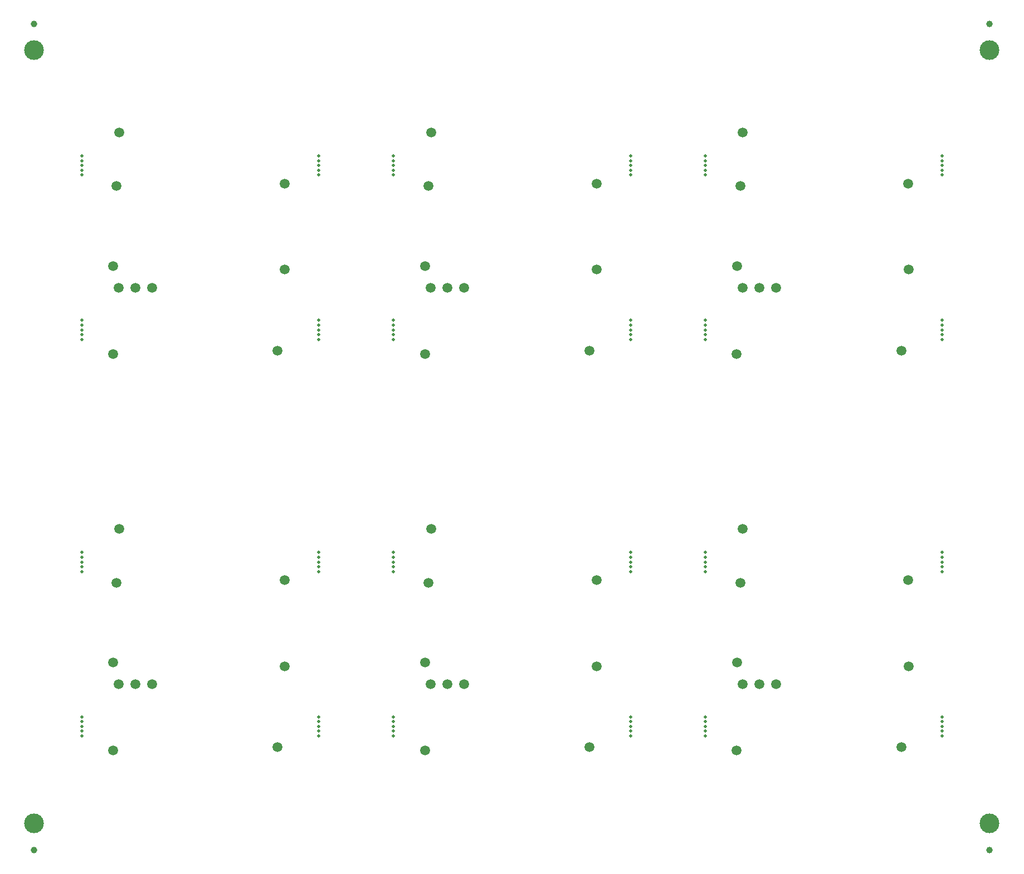
<source format=gbs>
G04 #@! TF.GenerationSoftware,KiCad,Pcbnew,6.0.0-d3dd2cf0fa~116~ubuntu20.04.1*
G04 #@! TF.CreationDate,2023-02-13T12:44:03+00:00*
G04 #@! TF.ProjectId,pixel-pump-ui-board-panel,70697865-6c2d-4707-956d-702d75692d62,rev?*
G04 #@! TF.SameCoordinates,Original*
G04 #@! TF.FileFunction,Soldermask,Bot*
G04 #@! TF.FilePolarity,Negative*
%FSLAX46Y46*%
G04 Gerber Fmt 4.6, Leading zero omitted, Abs format (unit mm)*
G04 Created by KiCad (PCBNEW 6.0.0-d3dd2cf0fa~116~ubuntu20.04.1) date 2023-02-13 12:44:03*
%MOMM*%
%LPD*%
G01*
G04 APERTURE LIST*
%ADD10C,0.500000*%
%ADD11C,3.000000*%
%ADD12C,1.500000*%
%ADD13C,1.000000*%
G04 APERTURE END LIST*
D10*
G04 #@! TO.C,REF\u002A\u002A*
X11200001Y-84089551D03*
G04 #@! TD*
G04 #@! TO.C,REF\u002A\u002A*
X94599999Y-108364550D03*
G04 #@! TD*
G04 #@! TO.C,REF\u002A\u002A*
X58600000Y-23064556D03*
G04 #@! TD*
D11*
G04 #@! TO.C,REF\u002A\u002A*
X4000000Y-7000000D03*
G04 #@! TD*
D10*
G04 #@! TO.C,REF\u002A\u002A*
X141999999Y-25964555D03*
G04 #@! TD*
G04 #@! TO.C,REF\u002A\u002A*
X141999999Y-50239554D03*
G04 #@! TD*
G04 #@! TO.C,REF\u002A\u002A*
X94599999Y-49514554D03*
G04 #@! TD*
G04 #@! TO.C,REF\u002A\u002A*
X58600000Y-108364551D03*
G04 #@! TD*
G04 #@! TO.C,REF\u002A\u002A*
X11200001Y-23789556D03*
G04 #@! TD*
D11*
G04 #@! TO.C,REF\u002A\u002A*
X4000000Y-124599990D03*
G04 #@! TD*
D10*
G04 #@! TO.C,REF\u002A\u002A*
X47199999Y-25239555D03*
G04 #@! TD*
G04 #@! TO.C,REF\u002A\u002A*
X106000000Y-50964555D03*
G04 #@! TD*
G04 #@! TO.C,REF\u002A\u002A*
X141999999Y-108364550D03*
G04 #@! TD*
G04 #@! TO.C,REF\u002A\u002A*
X47199999Y-50239554D03*
G04 #@! TD*
G04 #@! TO.C,REF\u002A\u002A*
X11200001Y-108364551D03*
G04 #@! TD*
G04 #@! TO.C,REF\u002A\u002A*
X58600000Y-24514556D03*
G04 #@! TD*
G04 #@! TO.C,REF\u002A\u002A*
X11200001Y-111264551D03*
G04 #@! TD*
G04 #@! TO.C,REF\u002A\u002A*
X94599999Y-109814550D03*
G04 #@! TD*
G04 #@! TO.C,REF\u002A\u002A*
X141999999Y-84814550D03*
G04 #@! TD*
G04 #@! TO.C,REF\u002A\u002A*
X141999999Y-48064554D03*
G04 #@! TD*
G04 #@! TO.C,REF\u002A\u002A*
X11200001Y-48789555D03*
G04 #@! TD*
G04 #@! TO.C,REF\u002A\u002A*
X58600000Y-25964556D03*
G04 #@! TD*
G04 #@! TO.C,REF\u002A\u002A*
X106000000Y-23789556D03*
G04 #@! TD*
G04 #@! TO.C,REF\u002A\u002A*
X58600000Y-50964555D03*
G04 #@! TD*
G04 #@! TO.C,REF\u002A\u002A*
X106000000Y-84814551D03*
G04 #@! TD*
G04 #@! TO.C,REF\u002A\u002A*
X141999999Y-109814550D03*
G04 #@! TD*
G04 #@! TO.C,REF\u002A\u002A*
X11200001Y-83364551D03*
G04 #@! TD*
G04 #@! TO.C,REF\u002A\u002A*
X141999999Y-50964554D03*
G04 #@! TD*
G04 #@! TO.C,REF\u002A\u002A*
X94599999Y-23064555D03*
G04 #@! TD*
G04 #@! TO.C,REF\u002A\u002A*
X141999999Y-84089550D03*
G04 #@! TD*
G04 #@! TO.C,REF\u002A\u002A*
X106000000Y-109814551D03*
G04 #@! TD*
G04 #@! TO.C,REF\u002A\u002A*
X11200001Y-24514556D03*
G04 #@! TD*
G04 #@! TO.C,REF\u002A\u002A*
X106000000Y-23064556D03*
G04 #@! TD*
G04 #@! TO.C,REF\u002A\u002A*
X58600000Y-49514555D03*
G04 #@! TD*
G04 #@! TO.C,REF\u002A\u002A*
X94599999Y-50239554D03*
G04 #@! TD*
G04 #@! TO.C,REF\u002A\u002A*
X106000000Y-48789555D03*
G04 #@! TD*
G04 #@! TO.C,REF\u002A\u002A*
X11200001Y-50964555D03*
G04 #@! TD*
G04 #@! TO.C,REF\u002A\u002A*
X47199999Y-84089550D03*
G04 #@! TD*
G04 #@! TO.C,REF\u002A\u002A*
X94599999Y-110539550D03*
G04 #@! TD*
G04 #@! TO.C,REF\u002A\u002A*
X47199999Y-50964554D03*
G04 #@! TD*
G04 #@! TO.C,REF\u002A\u002A*
X106000000Y-86264551D03*
G04 #@! TD*
G04 #@! TO.C,REF\u002A\u002A*
X11200001Y-84814551D03*
G04 #@! TD*
G04 #@! TO.C,REF\u002A\u002A*
X11200001Y-85539551D03*
G04 #@! TD*
G04 #@! TO.C,REF\u002A\u002A*
X58600000Y-50239555D03*
G04 #@! TD*
G04 #@! TO.C,REF\u002A\u002A*
X11200001Y-109089551D03*
G04 #@! TD*
G04 #@! TO.C,REF\u002A\u002A*
X94599999Y-48789554D03*
G04 #@! TD*
G04 #@! TO.C,REF\u002A\u002A*
X141999999Y-23064555D03*
G04 #@! TD*
G04 #@! TO.C,REF\u002A\u002A*
X58600000Y-84089551D03*
G04 #@! TD*
G04 #@! TO.C,REF\u002A\u002A*
X106000000Y-25964556D03*
G04 #@! TD*
G04 #@! TO.C,REF\u002A\u002A*
X47199999Y-48064554D03*
G04 #@! TD*
D11*
G04 #@! TO.C,REF\u002A\u002A*
X149200000Y-7000000D03*
G04 #@! TD*
D10*
G04 #@! TO.C,REF\u002A\u002A*
X11200001Y-109814551D03*
G04 #@! TD*
G04 #@! TO.C,REF\u002A\u002A*
X94599999Y-48064554D03*
G04 #@! TD*
G04 #@! TO.C,REF\u002A\u002A*
X94599999Y-83364550D03*
G04 #@! TD*
G04 #@! TO.C,REF\u002A\u002A*
X58600000Y-109089551D03*
G04 #@! TD*
G04 #@! TO.C,REF\u002A\u002A*
X58600000Y-23789556D03*
G04 #@! TD*
G04 #@! TO.C,REF\u002A\u002A*
X11200001Y-23064556D03*
G04 #@! TD*
G04 #@! TO.C,REF\u002A\u002A*
X11200001Y-49514555D03*
G04 #@! TD*
G04 #@! TO.C,REF\u002A\u002A*
X94599999Y-50964554D03*
G04 #@! TD*
G04 #@! TO.C,REF\u002A\u002A*
X47199999Y-25964555D03*
G04 #@! TD*
G04 #@! TO.C,REF\u002A\u002A*
X94599999Y-84814550D03*
G04 #@! TD*
G04 #@! TO.C,REF\u002A\u002A*
X58600000Y-83364551D03*
G04 #@! TD*
G04 #@! TO.C,REF\u002A\u002A*
X11200001Y-25964556D03*
G04 #@! TD*
G04 #@! TO.C,REF\u002A\u002A*
X94599999Y-23789555D03*
G04 #@! TD*
G04 #@! TO.C,REF\u002A\u002A*
X94599999Y-86264550D03*
G04 #@! TD*
G04 #@! TO.C,REF\u002A\u002A*
X58600000Y-85539551D03*
G04 #@! TD*
G04 #@! TO.C,REF\u002A\u002A*
X94599999Y-24514555D03*
G04 #@! TD*
G04 #@! TO.C,REF\u002A\u002A*
X47199999Y-48789554D03*
G04 #@! TD*
G04 #@! TO.C,REF\u002A\u002A*
X141999999Y-23789555D03*
G04 #@! TD*
G04 #@! TO.C,REF\u002A\u002A*
X141999999Y-85539550D03*
G04 #@! TD*
G04 #@! TO.C,REF\u002A\u002A*
X11200001Y-86264551D03*
G04 #@! TD*
G04 #@! TO.C,REF\u002A\u002A*
X106000000Y-48064555D03*
G04 #@! TD*
G04 #@! TO.C,REF\u002A\u002A*
X141999999Y-111264550D03*
G04 #@! TD*
G04 #@! TO.C,REF\u002A\u002A*
X58600000Y-86264551D03*
G04 #@! TD*
G04 #@! TO.C,REF\u002A\u002A*
X47199999Y-108364550D03*
G04 #@! TD*
G04 #@! TO.C,REF\u002A\u002A*
X141999999Y-110539550D03*
G04 #@! TD*
G04 #@! TO.C,REF\u002A\u002A*
X94599999Y-85539550D03*
G04 #@! TD*
G04 #@! TO.C,REF\u002A\u002A*
X106000000Y-49514555D03*
G04 #@! TD*
G04 #@! TO.C,REF\u002A\u002A*
X106000000Y-110539551D03*
G04 #@! TD*
G04 #@! TO.C,REF\u002A\u002A*
X47199999Y-85539550D03*
G04 #@! TD*
G04 #@! TO.C,REF\u002A\u002A*
X47199999Y-23789555D03*
G04 #@! TD*
G04 #@! TO.C,REF\u002A\u002A*
X106000000Y-111264551D03*
G04 #@! TD*
G04 #@! TO.C,REF\u002A\u002A*
X47199999Y-24514555D03*
G04 #@! TD*
G04 #@! TO.C,REF\u002A\u002A*
X47199999Y-109814550D03*
G04 #@! TD*
G04 #@! TO.C,REF\u002A\u002A*
X141999999Y-109089550D03*
G04 #@! TD*
G04 #@! TO.C,REF\u002A\u002A*
X141999999Y-25239555D03*
G04 #@! TD*
G04 #@! TO.C,REF\u002A\u002A*
X58600000Y-84814551D03*
G04 #@! TD*
G04 #@! TO.C,REF\u002A\u002A*
X47199999Y-23064555D03*
G04 #@! TD*
G04 #@! TO.C,REF\u002A\u002A*
X47199999Y-110539550D03*
G04 #@! TD*
G04 #@! TO.C,REF\u002A\u002A*
X106000000Y-25239556D03*
G04 #@! TD*
G04 #@! TO.C,REF\u002A\u002A*
X47199999Y-86264550D03*
G04 #@! TD*
G04 #@! TO.C,REF\u002A\u002A*
X141999999Y-24514555D03*
G04 #@! TD*
G04 #@! TO.C,REF\u002A\u002A*
X106000000Y-84089551D03*
G04 #@! TD*
G04 #@! TO.C,REF\u002A\u002A*
X94599999Y-25964555D03*
G04 #@! TD*
G04 #@! TO.C,REF\u002A\u002A*
X106000000Y-50239555D03*
G04 #@! TD*
G04 #@! TO.C,REF\u002A\u002A*
X94599999Y-109089550D03*
G04 #@! TD*
G04 #@! TO.C,REF\u002A\u002A*
X58600000Y-25239556D03*
G04 #@! TD*
G04 #@! TO.C,REF\u002A\u002A*
X47199999Y-83364550D03*
G04 #@! TD*
G04 #@! TO.C,REF\u002A\u002A*
X58600000Y-111264551D03*
G04 #@! TD*
G04 #@! TO.C,REF\u002A\u002A*
X106000000Y-24514556D03*
G04 #@! TD*
G04 #@! TO.C,REF\u002A\u002A*
X106000000Y-108364551D03*
G04 #@! TD*
G04 #@! TO.C,REF\u002A\u002A*
X58600000Y-48789555D03*
G04 #@! TD*
G04 #@! TO.C,REF\u002A\u002A*
X141999999Y-83364550D03*
G04 #@! TD*
G04 #@! TO.C,REF\u002A\u002A*
X11200001Y-25239556D03*
G04 #@! TD*
G04 #@! TO.C,REF\u002A\u002A*
X58600000Y-48064555D03*
G04 #@! TD*
G04 #@! TO.C,REF\u002A\u002A*
X47199999Y-111264550D03*
G04 #@! TD*
G04 #@! TO.C,REF\u002A\u002A*
X106000000Y-85539551D03*
G04 #@! TD*
G04 #@! TO.C,REF\u002A\u002A*
X94599999Y-111264550D03*
G04 #@! TD*
G04 #@! TO.C,REF\u002A\u002A*
X141999999Y-49514554D03*
G04 #@! TD*
G04 #@! TO.C,REF\u002A\u002A*
X106000000Y-109089551D03*
G04 #@! TD*
G04 #@! TO.C,REF\u002A\u002A*
X94599999Y-25239555D03*
G04 #@! TD*
G04 #@! TO.C,REF\u002A\u002A*
X47199999Y-49514554D03*
G04 #@! TD*
G04 #@! TO.C,REF\u002A\u002A*
X11200001Y-110539551D03*
G04 #@! TD*
G04 #@! TO.C,REF\u002A\u002A*
X94599999Y-84089550D03*
G04 #@! TD*
G04 #@! TO.C,REF\u002A\u002A*
X141999999Y-86264550D03*
G04 #@! TD*
G04 #@! TO.C,REF\u002A\u002A*
X141999999Y-48789554D03*
G04 #@! TD*
G04 #@! TO.C,REF\u002A\u002A*
X11200001Y-48064555D03*
G04 #@! TD*
G04 #@! TO.C,REF\u002A\u002A*
X58600000Y-110539551D03*
G04 #@! TD*
G04 #@! TO.C,REF\u002A\u002A*
X11200001Y-50239555D03*
G04 #@! TD*
G04 #@! TO.C,REF\u002A\u002A*
X106000000Y-83364551D03*
G04 #@! TD*
D11*
G04 #@! TO.C,REF\u002A\u002A*
X149200000Y-124599990D03*
G04 #@! TD*
D10*
G04 #@! TO.C,REF\u002A\u002A*
X47199999Y-109089550D03*
G04 #@! TD*
G04 #@! TO.C,REF\u002A\u002A*
X58600000Y-109814551D03*
G04 #@! TD*
G04 #@! TO.C,REF\u002A\u002A*
X47199999Y-84814550D03*
G04 #@! TD*
D12*
G04 #@! TO.C,TP8*
X64296400Y-79766151D03*
G04 #@! TD*
D13*
G04 #@! TO.C,REF\u002A\u002A*
X149200000Y-3000000D03*
G04 #@! TD*
D12*
G04 #@! TO.C,TP5*
X15956600Y-53171955D03*
G04 #@! TD*
G04 #@! TO.C,TP10*
X64220200Y-43088155D03*
G04 #@! TD*
G04 #@! TO.C,TP4*
X42042400Y-27238555D03*
G04 #@! TD*
G04 #@! TO.C,TP6*
X89493200Y-100644951D03*
G04 #@! TD*
G04 #@! TO.C,TP4*
X136842400Y-87538551D03*
G04 #@! TD*
G04 #@! TO.C,TP4*
X89442400Y-27238555D03*
G04 #@! TD*
G04 #@! TO.C,TP8*
X16896400Y-19466155D03*
G04 #@! TD*
G04 #@! TO.C,TP8*
X111696400Y-79766151D03*
G04 #@! TD*
G04 #@! TO.C,TP3*
X110782000Y-39811555D03*
G04 #@! TD*
G04 #@! TO.C,TP2*
X111315400Y-87944951D03*
G04 #@! TD*
G04 #@! TO.C,TP9*
X114160200Y-103388151D03*
G04 #@! TD*
G04 #@! TO.C,TP9*
X19360200Y-43088155D03*
G04 #@! TD*
G04 #@! TO.C,TP7*
X40975600Y-112938551D03*
G04 #@! TD*
G04 #@! TO.C,TP1*
X21900200Y-103388151D03*
G04 #@! TD*
G04 #@! TO.C,TP6*
X42093200Y-40344955D03*
G04 #@! TD*
G04 #@! TO.C,TP2*
X111315400Y-27644955D03*
G04 #@! TD*
G04 #@! TO.C,TP4*
X89442400Y-87538551D03*
G04 #@! TD*
G04 #@! TO.C,TP5*
X110756600Y-113471951D03*
G04 #@! TD*
G04 #@! TO.C,TP3*
X15982000Y-39811555D03*
G04 #@! TD*
G04 #@! TO.C,TP2*
X63915400Y-87944951D03*
G04 #@! TD*
G04 #@! TO.C,TP8*
X16896400Y-79766151D03*
G04 #@! TD*
G04 #@! TO.C,TP1*
X116700200Y-103388151D03*
G04 #@! TD*
G04 #@! TO.C,TP5*
X63356600Y-53171955D03*
G04 #@! TD*
G04 #@! TO.C,TP9*
X19360200Y-103388151D03*
G04 #@! TD*
G04 #@! TO.C,TP10*
X16820200Y-103388151D03*
G04 #@! TD*
G04 #@! TO.C,TP1*
X116700200Y-43088155D03*
G04 #@! TD*
G04 #@! TO.C,TP3*
X63382000Y-100111551D03*
G04 #@! TD*
G04 #@! TO.C,TP6*
X136893200Y-100644951D03*
G04 #@! TD*
G04 #@! TO.C,TP3*
X15982000Y-100111551D03*
G04 #@! TD*
G04 #@! TO.C,TP8*
X111696400Y-19466155D03*
G04 #@! TD*
G04 #@! TO.C,TP7*
X88375600Y-52638555D03*
G04 #@! TD*
G04 #@! TO.C,TP6*
X89493200Y-40344955D03*
G04 #@! TD*
G04 #@! TO.C,TP1*
X69300200Y-103388151D03*
G04 #@! TD*
G04 #@! TO.C,TP7*
X88375600Y-112938551D03*
G04 #@! TD*
D13*
G04 #@! TO.C,REF\u002A\u002A*
X4000000Y-3000000D03*
G04 #@! TD*
D12*
G04 #@! TO.C,TP6*
X42093200Y-100644951D03*
G04 #@! TD*
G04 #@! TO.C,TP9*
X66760200Y-43088155D03*
G04 #@! TD*
G04 #@! TO.C,TP6*
X136893200Y-40344955D03*
G04 #@! TD*
G04 #@! TO.C,TP2*
X63915400Y-27644955D03*
G04 #@! TD*
G04 #@! TO.C,TP5*
X63356600Y-113471951D03*
G04 #@! TD*
G04 #@! TO.C,TP7*
X135775600Y-52638555D03*
G04 #@! TD*
G04 #@! TO.C,TP5*
X110756600Y-53171955D03*
G04 #@! TD*
G04 #@! TO.C,TP2*
X16515400Y-87944951D03*
G04 #@! TD*
G04 #@! TO.C,TP10*
X16820200Y-43088155D03*
G04 #@! TD*
G04 #@! TO.C,TP10*
X111620200Y-43088155D03*
G04 #@! TD*
G04 #@! TO.C,TP9*
X66760200Y-103388151D03*
G04 #@! TD*
G04 #@! TO.C,TP3*
X110782000Y-100111551D03*
G04 #@! TD*
G04 #@! TO.C,TP4*
X136842400Y-27238555D03*
G04 #@! TD*
D13*
G04 #@! TO.C,REF\u002A\u002A*
X4000000Y-128599990D03*
G04 #@! TD*
D12*
G04 #@! TO.C,TP8*
X64296400Y-19466155D03*
G04 #@! TD*
G04 #@! TO.C,TP1*
X21900200Y-43088155D03*
G04 #@! TD*
G04 #@! TO.C,TP1*
X69300200Y-43088155D03*
G04 #@! TD*
D13*
G04 #@! TO.C,REF\u002A\u002A*
X149200000Y-128599990D03*
G04 #@! TD*
D12*
G04 #@! TO.C,TP7*
X40975600Y-52638555D03*
G04 #@! TD*
G04 #@! TO.C,TP2*
X16515400Y-27644955D03*
G04 #@! TD*
G04 #@! TO.C,TP4*
X42042400Y-87538551D03*
G04 #@! TD*
G04 #@! TO.C,TP7*
X135775600Y-112938551D03*
G04 #@! TD*
G04 #@! TO.C,TP5*
X15956600Y-113471951D03*
G04 #@! TD*
G04 #@! TO.C,TP3*
X63382000Y-39811555D03*
G04 #@! TD*
G04 #@! TO.C,TP10*
X64220200Y-103388151D03*
G04 #@! TD*
G04 #@! TO.C,TP10*
X111620200Y-103388151D03*
G04 #@! TD*
G04 #@! TO.C,TP9*
X114160200Y-43088155D03*
G04 #@! TD*
M02*

</source>
